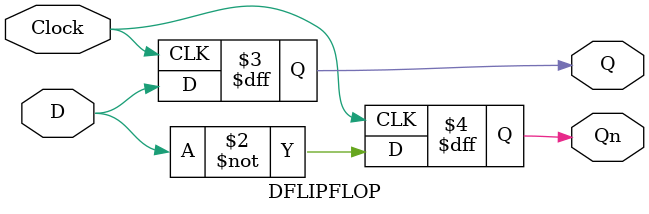
<source format=sv>
module DFLIPFLOP ( 
    output reg Q, Qn,
    input wire Clock, D
);

always @ (posedge Clock)
begin
    Q <= D;
    Qn <= ~D;
end

endmodule

</source>
